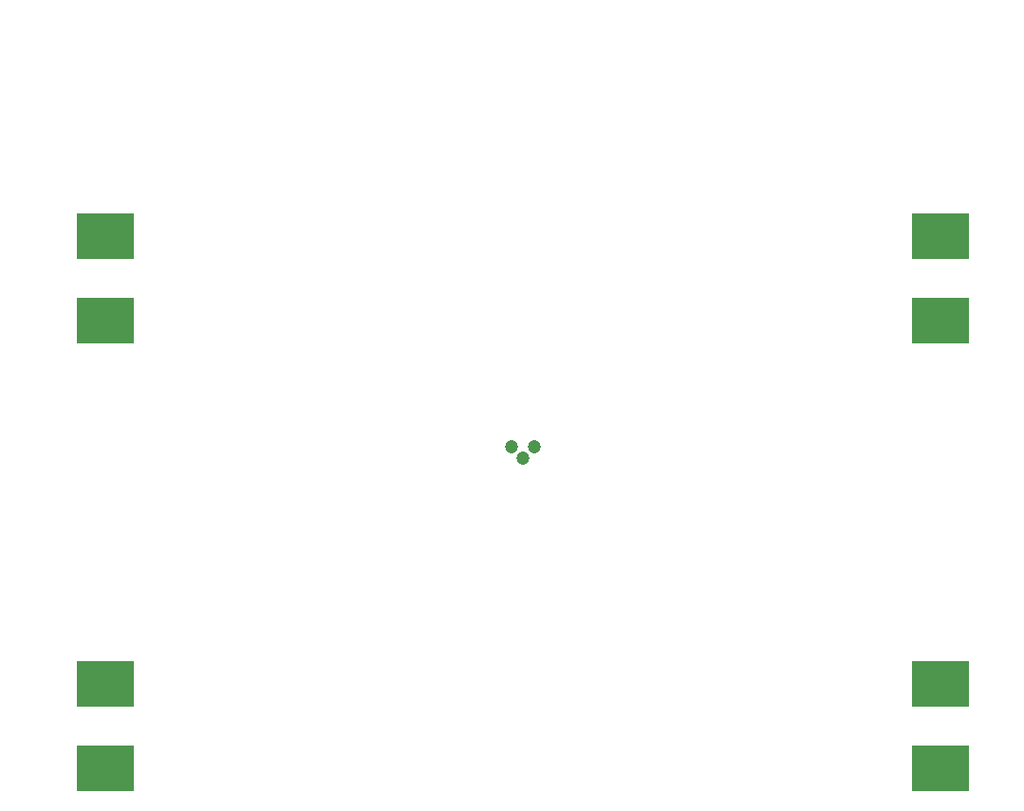
<source format=gbs>
G04*
G04 #@! TF.GenerationSoftware,Altium Limited,Altium Designer,23.0.1 (38)*
G04*
G04 Layer_Color=16711935*
%FSLAX43Y43*%
%MOMM*%
G71*
G04*
G04 #@! TF.SameCoordinates,3783B72A-52C1-49B3-AB2B-A03F01AA072C*
G04*
G04*
G04 #@! TF.FilePolarity,Negative*
G04*
G01*
G75*
%ADD72R,5.180X4.100*%
%ADD74C,0.100*%
%ADD75C,1.200*%
D72*
X38000Y53786D02*
D03*
Y46214D02*
D03*
Y6214D02*
D03*
Y13786D02*
D03*
X112500Y6214D02*
D03*
Y13786D02*
D03*
Y53786D02*
D03*
Y46214D02*
D03*
D74*
X70925Y28950D02*
D03*
X30841Y27460D02*
D03*
Y32540D02*
D03*
Y67460D02*
D03*
Y72540D02*
D03*
X117750Y73060D02*
D03*
Y67980D02*
D03*
Y32540D02*
D03*
Y27460D02*
D03*
X47325Y71350D02*
D03*
Y5200D02*
D03*
X101125Y71350D02*
D03*
Y5200D02*
D03*
D75*
X75250Y33965D02*
D03*
X76250Y34965D02*
D03*
X74250D02*
D03*
M02*

</source>
